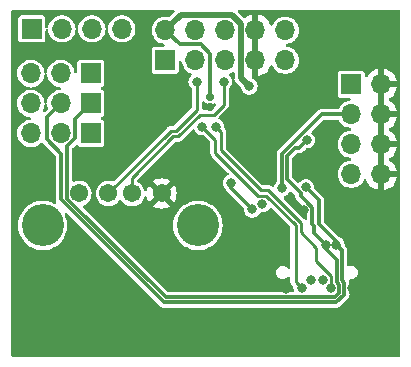
<source format=gbl>
G04 #@! TF.GenerationSoftware,KiCad,Pcbnew,7.0.9*
G04 #@! TF.CreationDate,2024-02-15T19:09:08+01:00*
G04 #@! TF.ProjectId,USBussy_Current_Probe,55534275-7373-4795-9f43-757272656e74,1.0*
G04 #@! TF.SameCoordinates,Original*
G04 #@! TF.FileFunction,Copper,L4,Bot*
G04 #@! TF.FilePolarity,Positive*
%FSLAX46Y46*%
G04 Gerber Fmt 4.6, Leading zero omitted, Abs format (unit mm)*
G04 Created by KiCad (PCBNEW 7.0.9) date 2024-02-15 19:09:08*
%MOMM*%
%LPD*%
G01*
G04 APERTURE LIST*
G04 #@! TA.AperFunction,ComponentPad*
%ADD10R,1.700000X1.700000*%
G04 #@! TD*
G04 #@! TA.AperFunction,ComponentPad*
%ADD11O,1.700000X1.700000*%
G04 #@! TD*
G04 #@! TA.AperFunction,ComponentPad*
%ADD12C,1.545000*%
G04 #@! TD*
G04 #@! TA.AperFunction,ComponentPad*
%ADD13C,3.570000*%
G04 #@! TD*
G04 #@! TA.AperFunction,ViaPad*
%ADD14C,0.700000*%
G04 #@! TD*
G04 #@! TA.AperFunction,ViaPad*
%ADD15C,0.800000*%
G04 #@! TD*
G04 #@! TA.AperFunction,Conductor*
%ADD16C,0.500000*%
G04 #@! TD*
G04 #@! TA.AperFunction,Conductor*
%ADD17C,0.300000*%
G04 #@! TD*
G04 #@! TA.AperFunction,Conductor*
%ADD18C,0.261112*%
G04 #@! TD*
G04 APERTURE END LIST*
D10*
X36111301Y-66265699D03*
D11*
X33571301Y-66265699D03*
X31031301Y-66265699D03*
D10*
X36111301Y-63725699D03*
D11*
X33571301Y-63725699D03*
X31031301Y-63725699D03*
D10*
X31115000Y-59944000D03*
D11*
X33655000Y-59944000D03*
X36195000Y-59944000D03*
X38735000Y-59944000D03*
D12*
X35108000Y-73888000D03*
X37608000Y-73888000D03*
X39608000Y-73888000D03*
X42108000Y-73888000D03*
D13*
X32038000Y-76598000D03*
X45178000Y-76598000D03*
D10*
X36111301Y-68805699D03*
D11*
X33571301Y-68805699D03*
X31031301Y-68805699D03*
D10*
X58166000Y-64653000D03*
D11*
X60706000Y-64653000D03*
X58166000Y-67193000D03*
X60706000Y-67193000D03*
X58166000Y-69733000D03*
X60706000Y-69733000D03*
X58166000Y-72273000D03*
X60706000Y-72273000D03*
D10*
X42423000Y-62616000D03*
D11*
X42423000Y-60076000D03*
X44963000Y-62616000D03*
X44963000Y-60076000D03*
X47503000Y-62616000D03*
X47503000Y-60076000D03*
X50043000Y-62616000D03*
X50043000Y-60076000D03*
X52583000Y-62616000D03*
X52583000Y-60076000D03*
D14*
X46228215Y-65685861D03*
D15*
X49530000Y-64820800D03*
X47955200Y-68199000D03*
X42849800Y-67741800D03*
X52679600Y-81940400D03*
X51612800Y-81432400D03*
D14*
X46228000Y-66548000D03*
D15*
X46228000Y-72186800D03*
X40055800Y-63677800D03*
X55956200Y-71018400D03*
X32308800Y-65049400D03*
X42900600Y-66014600D03*
X39420800Y-69113400D03*
X51536600Y-75768200D03*
X54127400Y-75285600D03*
X59029600Y-78181200D03*
X53086000Y-68326000D03*
X49479200Y-66954400D03*
X56235600Y-68961000D03*
X57759600Y-73812400D03*
X60198000Y-60528200D03*
X58267600Y-81889600D03*
X47983723Y-72977323D03*
X49784000Y-75234800D03*
X52298600Y-73456800D03*
X54388048Y-69369376D03*
X55996497Y-78232000D03*
X56411490Y-81924608D03*
X54743400Y-81178333D03*
X46705654Y-68247759D03*
X55746600Y-81178333D03*
X45567600Y-68249800D03*
X53975000Y-81915000D03*
X56896000Y-78232000D03*
X54316844Y-73373367D03*
X45085000Y-64414400D03*
X47371000Y-64414400D03*
X50632652Y-74800899D03*
D16*
X49530000Y-64820800D02*
X48843000Y-64133800D01*
D17*
X45460057Y-61276000D02*
X43623000Y-61276000D01*
D16*
X48041478Y-58776000D02*
X43723000Y-58776000D01*
D17*
X46228215Y-65685861D02*
X46228215Y-62044158D01*
D16*
X43723000Y-58776000D02*
X42423000Y-60076000D01*
D17*
X46228215Y-62044158D02*
X45460057Y-61276000D01*
D16*
X48843000Y-59577522D02*
X48041478Y-58776000D01*
X48843000Y-64133800D02*
X48843000Y-59577522D01*
D17*
X43623000Y-61276000D02*
X42423000Y-60076000D01*
X47983723Y-72977323D02*
X47983723Y-73434523D01*
X47983723Y-73434523D02*
X49784000Y-75234800D01*
X52298600Y-73456800D02*
X52298600Y-70539585D01*
X52298600Y-70539585D02*
X55645185Y-67193000D01*
X55645185Y-67193000D02*
X58166000Y-67193000D01*
X54396639Y-74635600D02*
X54391800Y-74635600D01*
X54391800Y-74635600D02*
X53873400Y-74117200D01*
X34772600Y-67604400D02*
X34772600Y-69215000D01*
X53873400Y-73873400D02*
X52698600Y-72698600D01*
X55000000Y-77235503D02*
X55000000Y-76623551D01*
X56957712Y-79512912D02*
X55996497Y-78551697D01*
X54879000Y-75117961D02*
X54396639Y-74635600D01*
X57161490Y-81613947D02*
X56957712Y-81410169D01*
X53873400Y-74117200D02*
X53873400Y-73873400D01*
X53757424Y-70000000D02*
X54388048Y-69369376D01*
X56771392Y-82674608D02*
X57161490Y-82284510D01*
X55996497Y-78551697D02*
X55996497Y-78232000D01*
X52698600Y-72698600D02*
X52698600Y-70705271D01*
X53403871Y-70000000D02*
X53757424Y-70000000D01*
X42441008Y-82674608D02*
X56771392Y-82674608D01*
X34085500Y-69902100D02*
X34085500Y-74319100D01*
X52698600Y-70705271D02*
X53403871Y-70000000D01*
X34085500Y-74319100D02*
X42441008Y-82674608D01*
X34772600Y-69215000D02*
X34085500Y-69902100D01*
X54879000Y-76502551D02*
X54879000Y-75117961D01*
X56957712Y-81410169D02*
X56957712Y-79512912D01*
X55996497Y-78232000D02*
X55000000Y-77235503D01*
X36111301Y-66265699D02*
X34772600Y-67604400D01*
X55000000Y-76623551D02*
X54879000Y-76502551D01*
X57161490Y-82284510D02*
X57161490Y-81613947D01*
D18*
X56477156Y-80875726D02*
X56477156Y-81858942D01*
X56477156Y-81858942D02*
X56411490Y-81924608D01*
X46705654Y-68247759D02*
X47117813Y-68659918D01*
X53907492Y-77176158D02*
X55198112Y-78466778D01*
X50486941Y-73609231D02*
X51126257Y-73609231D01*
X47117813Y-68659918D02*
X47117813Y-70240103D01*
X47117813Y-70240103D02*
X50486941Y-73609231D01*
X53907492Y-76390466D02*
X53907492Y-77176158D01*
X55198112Y-78466778D02*
X55198112Y-79596682D01*
X55198112Y-79596682D02*
X56477156Y-80875726D01*
X51126257Y-73609231D02*
X53907492Y-76390466D01*
X50295943Y-74070343D02*
X50935259Y-74070343D01*
X46653499Y-70427899D02*
X50295943Y-74070343D01*
X46653499Y-69335699D02*
X46653499Y-70427899D01*
X45567600Y-68249800D02*
X46653499Y-69335699D01*
X50935259Y-74070343D02*
X53446380Y-76581464D01*
X53446380Y-81386380D02*
X53975000Y-81915000D01*
X53446380Y-76581464D02*
X53446380Y-81386380D01*
D17*
X56896000Y-78232000D02*
X56896000Y-77953865D01*
X56896000Y-77953865D02*
X55400000Y-76457865D01*
X57561490Y-81448262D02*
X57357712Y-81244484D01*
X57357712Y-78693712D02*
X56896000Y-78232000D01*
X33571301Y-66265699D02*
X32385000Y-67452000D01*
X57561490Y-82450195D02*
X57561490Y-81448262D01*
X55400000Y-74456523D02*
X54316844Y-73373367D01*
X33578800Y-70510400D02*
X33578800Y-74378085D01*
X32385000Y-69316600D02*
X33578800Y-70510400D01*
X32385000Y-67452000D02*
X32385000Y-69316600D01*
X56902886Y-83108800D02*
X57561490Y-82450195D01*
X42309515Y-83108800D02*
X56902886Y-83108800D01*
X57357712Y-81244484D02*
X57357712Y-78693712D01*
X55400000Y-76457865D02*
X55400000Y-74456523D01*
X33578800Y-74378085D02*
X42309515Y-83108800D01*
D18*
X42894156Y-68601844D02*
X37608000Y-73888000D01*
X45085000Y-64414400D02*
X45085000Y-66852800D01*
X43335956Y-68601844D02*
X42894156Y-68601844D01*
X45085000Y-66852800D02*
X43335956Y-68601844D01*
X47371000Y-64414400D02*
X47371000Y-66367452D01*
X43523755Y-69066156D02*
X43086481Y-69066156D01*
X46509896Y-67228556D02*
X45361355Y-67228556D01*
X39608000Y-72544637D02*
X39608000Y-73888000D01*
X45361355Y-67228556D02*
X43523755Y-69066156D01*
X43086481Y-69066156D02*
X39608000Y-72544637D01*
X47371000Y-66367452D02*
X46509896Y-67228556D01*
G04 #@! TA.AperFunction,Conductor*
G36*
X43148651Y-58359185D02*
G01*
X43194406Y-58411989D01*
X43204350Y-58481147D01*
X43175325Y-58544703D01*
X43169293Y-58551181D01*
X42799398Y-58921075D01*
X42738075Y-58954560D01*
X42688933Y-58955282D01*
X42529610Y-58925500D01*
X42316390Y-58925500D01*
X42106802Y-58964679D01*
X42106799Y-58964679D01*
X42106799Y-58964680D01*
X41907982Y-59041701D01*
X41907980Y-59041702D01*
X41726699Y-59153947D01*
X41569127Y-59297593D01*
X41440632Y-59467746D01*
X41345596Y-59658605D01*
X41345596Y-59658607D01*
X41287244Y-59863689D01*
X41276920Y-59975111D01*
X41267571Y-60076000D01*
X41287244Y-60288310D01*
X41330727Y-60441136D01*
X41345596Y-60493392D01*
X41345596Y-60493394D01*
X41440632Y-60684253D01*
X41497125Y-60759061D01*
X41569128Y-60854407D01*
X41726698Y-60998052D01*
X41907981Y-61110298D01*
X42106802Y-61187321D01*
X42279544Y-61219612D01*
X42341823Y-61251279D01*
X42377096Y-61311591D01*
X42374162Y-61381400D01*
X42333953Y-61438540D01*
X42269235Y-61464871D01*
X42256757Y-61465500D01*
X41528143Y-61465500D01*
X41528117Y-61465502D01*
X41503012Y-61468413D01*
X41503008Y-61468415D01*
X41400235Y-61513793D01*
X41320794Y-61593234D01*
X41275415Y-61696006D01*
X41275415Y-61696008D01*
X41272500Y-61721131D01*
X41272500Y-63510856D01*
X41272502Y-63510882D01*
X41275413Y-63535987D01*
X41275415Y-63535991D01*
X41320793Y-63638764D01*
X41320794Y-63638765D01*
X41400235Y-63718206D01*
X41503009Y-63763585D01*
X41528135Y-63766500D01*
X43317864Y-63766499D01*
X43317879Y-63766497D01*
X43317882Y-63766497D01*
X43342987Y-63763586D01*
X43342988Y-63763585D01*
X43342991Y-63763585D01*
X43445765Y-63718206D01*
X43525206Y-63638765D01*
X43570585Y-63535991D01*
X43573500Y-63510865D01*
X43573499Y-62772046D01*
X43593183Y-62705009D01*
X43645987Y-62659254D01*
X43715146Y-62649310D01*
X43778702Y-62678335D01*
X43816476Y-62737113D01*
X43820970Y-62760606D01*
X43827244Y-62828310D01*
X43885596Y-63033392D01*
X43885596Y-63033394D01*
X43980632Y-63224253D01*
X44109127Y-63394406D01*
X44109128Y-63394407D01*
X44266698Y-63538052D01*
X44447981Y-63650298D01*
X44566559Y-63696235D01*
X44621960Y-63738806D01*
X44645551Y-63804573D01*
X44629840Y-63872654D01*
X44603993Y-63904675D01*
X44556818Y-63946468D01*
X44460182Y-64086468D01*
X44399860Y-64245525D01*
X44399859Y-64245530D01*
X44379355Y-64414400D01*
X44399859Y-64583269D01*
X44399860Y-64583274D01*
X44460182Y-64742331D01*
X44556817Y-64882330D01*
X44612170Y-64931367D01*
X44649297Y-64990556D01*
X44653944Y-65024183D01*
X44653944Y-66622889D01*
X44634259Y-66689928D01*
X44617625Y-66710570D01*
X43193726Y-68134469D01*
X43132403Y-68167954D01*
X43106045Y-68170788D01*
X42921852Y-68170788D01*
X42914911Y-68170398D01*
X42902701Y-68169022D01*
X42877855Y-68166222D01*
X42821919Y-68176806D01*
X42765659Y-68185286D01*
X42757885Y-68187684D01*
X42750176Y-68190382D01*
X42699860Y-68216975D01*
X42648593Y-68241663D01*
X42641852Y-68246260D01*
X42635295Y-68251099D01*
X42595058Y-68291336D01*
X42553333Y-68330051D01*
X42547543Y-68337312D01*
X42546856Y-68336764D01*
X42537682Y-68348711D01*
X38055140Y-72831253D01*
X37993817Y-72864738D01*
X37924125Y-72859754D01*
X37922747Y-72859229D01*
X37902898Y-72851540D01*
X37707428Y-72815000D01*
X37508572Y-72815000D01*
X37313102Y-72851540D01*
X37313099Y-72851540D01*
X37313099Y-72851541D01*
X37127676Y-72923373D01*
X37127670Y-72923376D01*
X36958604Y-73028057D01*
X36958602Y-73028059D01*
X36811647Y-73162025D01*
X36691809Y-73320717D01*
X36603175Y-73498716D01*
X36603170Y-73498729D01*
X36548750Y-73689992D01*
X36530403Y-73887999D01*
X36530403Y-73888000D01*
X36548750Y-74086007D01*
X36603170Y-74277270D01*
X36603175Y-74277283D01*
X36691809Y-74455282D01*
X36811647Y-74613974D01*
X36958602Y-74747940D01*
X36958604Y-74747942D01*
X37127670Y-74852623D01*
X37127676Y-74852626D01*
X37127679Y-74852627D01*
X37313102Y-74924460D01*
X37508572Y-74961000D01*
X37508574Y-74961000D01*
X37707426Y-74961000D01*
X37707428Y-74961000D01*
X37902898Y-74924460D01*
X38088326Y-74852625D01*
X38257397Y-74747941D01*
X38404354Y-74613972D01*
X38509046Y-74475336D01*
X38565155Y-74433701D01*
X38634867Y-74429010D01*
X38696049Y-74462752D01*
X38706954Y-74475337D01*
X38811647Y-74613974D01*
X38958602Y-74747940D01*
X38958604Y-74747942D01*
X39127670Y-74852623D01*
X39127676Y-74852626D01*
X39127679Y-74852627D01*
X39313102Y-74924460D01*
X39508572Y-74961000D01*
X39508574Y-74961000D01*
X39707426Y-74961000D01*
X39707428Y-74961000D01*
X39902898Y-74924460D01*
X40088326Y-74852625D01*
X40257397Y-74747941D01*
X40404354Y-74613972D01*
X40524191Y-74455282D01*
X40612829Y-74277273D01*
X40635253Y-74198461D01*
X40672529Y-74139372D01*
X40735839Y-74109814D01*
X40805078Y-74119176D01*
X40858265Y-74164485D01*
X40874292Y-74200305D01*
X40907671Y-74324877D01*
X40907674Y-74324884D01*
X41001773Y-74526681D01*
X41001775Y-74526685D01*
X41048718Y-74593727D01*
X41048719Y-74593727D01*
X41611667Y-74030778D01*
X41618173Y-74062084D01*
X41683305Y-74187783D01*
X41779934Y-74291247D01*
X41900894Y-74364805D01*
X41966395Y-74383157D01*
X41402271Y-74947279D01*
X41469319Y-74994227D01*
X41671115Y-75088325D01*
X41671124Y-75088329D01*
X41886183Y-75145953D01*
X41886194Y-75145955D01*
X42107998Y-75165361D01*
X42108002Y-75165361D01*
X42329805Y-75145955D01*
X42329816Y-75145953D01*
X42544875Y-75088329D01*
X42544884Y-75088325D01*
X42746680Y-74994227D01*
X42746684Y-74994225D01*
X42813727Y-74947280D01*
X42252964Y-74386517D01*
X42378102Y-74332163D01*
X42487919Y-74242820D01*
X42569560Y-74127161D01*
X42603949Y-74030396D01*
X43167280Y-74593727D01*
X43214225Y-74526684D01*
X43214227Y-74526680D01*
X43308325Y-74324884D01*
X43308329Y-74324875D01*
X43365954Y-74109814D01*
X43365955Y-74109805D01*
X43385361Y-73888001D01*
X43385361Y-73887998D01*
X43365955Y-73666194D01*
X43365953Y-73666183D01*
X43308329Y-73451124D01*
X43308325Y-73451115D01*
X43214227Y-73249321D01*
X43214226Y-73249319D01*
X43167279Y-73182272D01*
X43167279Y-73182271D01*
X42604331Y-73745219D01*
X42597827Y-73713916D01*
X42532695Y-73588217D01*
X42436066Y-73484753D01*
X42315106Y-73411195D01*
X42249604Y-73392842D01*
X42813727Y-72828719D01*
X42813727Y-72828718D01*
X42746685Y-72781775D01*
X42746681Y-72781773D01*
X42544884Y-72687674D01*
X42544875Y-72687670D01*
X42329816Y-72630046D01*
X42329805Y-72630044D01*
X42108002Y-72610639D01*
X42107998Y-72610639D01*
X41886194Y-72630044D01*
X41886183Y-72630046D01*
X41671124Y-72687670D01*
X41671115Y-72687674D01*
X41469320Y-72781773D01*
X41402272Y-72828719D01*
X41963035Y-73389482D01*
X41837898Y-73443837D01*
X41728081Y-73533180D01*
X41646440Y-73648839D01*
X41612050Y-73745603D01*
X41048719Y-73182272D01*
X41001773Y-73249320D01*
X40907674Y-73451115D01*
X40907671Y-73451122D01*
X40874292Y-73575694D01*
X40837926Y-73635354D01*
X40775079Y-73665883D01*
X40705704Y-73657588D01*
X40651826Y-73613103D01*
X40635254Y-73577543D01*
X40612829Y-73498727D01*
X40609126Y-73491291D01*
X40556282Y-73385166D01*
X40524191Y-73320718D01*
X40445471Y-73216476D01*
X40404352Y-73162025D01*
X40257398Y-73028060D01*
X40257397Y-73028059D01*
X40167810Y-72972589D01*
X40097778Y-72929227D01*
X40051143Y-72877199D01*
X40039056Y-72823800D01*
X40039056Y-72774548D01*
X40058741Y-72707509D01*
X40075375Y-72686867D01*
X43228711Y-69533531D01*
X43290034Y-69500046D01*
X43316392Y-69497212D01*
X43496067Y-69497212D01*
X43503003Y-69497601D01*
X43534460Y-69501145D01*
X43540054Y-69501776D01*
X43540054Y-69501775D01*
X43540055Y-69501776D01*
X43595978Y-69491195D01*
X43652246Y-69482714D01*
X43652251Y-69482711D01*
X43660069Y-69480299D01*
X43667727Y-69477619D01*
X43667732Y-69477619D01*
X43718056Y-69451021D01*
X43769320Y-69426334D01*
X43769320Y-69426333D01*
X43769324Y-69426332D01*
X43776025Y-69421762D01*
X43782609Y-69416903D01*
X43782616Y-69416900D01*
X43822852Y-69376663D01*
X43864575Y-69337951D01*
X43864576Y-69337948D01*
X43864579Y-69337946D01*
X43870374Y-69330680D01*
X43871067Y-69331233D01*
X43880231Y-69319283D01*
X44718905Y-68480609D01*
X44780226Y-68447126D01*
X44849918Y-68452110D01*
X44905851Y-68493982D01*
X44922525Y-68524319D01*
X44942781Y-68577728D01*
X44942782Y-68577731D01*
X44990914Y-68647461D01*
X45039417Y-68717729D01*
X45119462Y-68788642D01*
X45166750Y-68830536D01*
X45301856Y-68901445D01*
X45317375Y-68909590D01*
X45482544Y-68950300D01*
X45607133Y-68950300D01*
X45674172Y-68969985D01*
X45694814Y-68986619D01*
X46186124Y-69477929D01*
X46219609Y-69539252D01*
X46222443Y-69565610D01*
X46222443Y-70400209D01*
X46222053Y-70407157D01*
X46217878Y-70444197D01*
X46223079Y-70471685D01*
X46228459Y-70500122D01*
X46236941Y-70556390D01*
X46236941Y-70556391D01*
X46236942Y-70556393D01*
X46239352Y-70564206D01*
X46242034Y-70571874D01*
X46251929Y-70590595D01*
X46268633Y-70622200D01*
X46293319Y-70673461D01*
X46297928Y-70680220D01*
X46302754Y-70686760D01*
X46312998Y-70697003D01*
X46342991Y-70726996D01*
X46380385Y-70767297D01*
X46381705Y-70768720D01*
X46388972Y-70774515D01*
X46388419Y-70775207D01*
X46400371Y-70784376D01*
X47745516Y-72129521D01*
X47779001Y-72190844D01*
X47774017Y-72260536D01*
X47732145Y-72316469D01*
X47715462Y-72326998D01*
X47582872Y-72396588D01*
X47455539Y-72509395D01*
X47358905Y-72649391D01*
X47298583Y-72808448D01*
X47298582Y-72808453D01*
X47278078Y-72977323D01*
X47298582Y-73146192D01*
X47298583Y-73146197D01*
X47358905Y-73305254D01*
X47455539Y-73445251D01*
X47507507Y-73491291D01*
X47544633Y-73550481D01*
X47547893Y-73565617D01*
X47548374Y-73568807D01*
X47550890Y-73576965D01*
X47553701Y-73584998D01*
X47581500Y-73637595D01*
X47607299Y-73691167D01*
X47612085Y-73698188D01*
X47617154Y-73705055D01*
X47617157Y-73705061D01*
X47617161Y-73705065D01*
X47659218Y-73747122D01*
X47699670Y-73790719D01*
X47706933Y-73796511D01*
X47706412Y-73797164D01*
X47718653Y-73806557D01*
X48393919Y-74481823D01*
X49043084Y-75130987D01*
X49076569Y-75192310D01*
X49078204Y-75227300D01*
X49078355Y-75227300D01*
X49078355Y-75230531D01*
X49078499Y-75233613D01*
X49078355Y-75234799D01*
X49098859Y-75403669D01*
X49098860Y-75403674D01*
X49159182Y-75562731D01*
X49207213Y-75632314D01*
X49255817Y-75702729D01*
X49326325Y-75765193D01*
X49383150Y-75815536D01*
X49533773Y-75894589D01*
X49533775Y-75894590D01*
X49698944Y-75935300D01*
X49869056Y-75935300D01*
X50034225Y-75894590D01*
X50113692Y-75852881D01*
X50184849Y-75815536D01*
X50184850Y-75815534D01*
X50184852Y-75815534D01*
X50312183Y-75702729D01*
X50408818Y-75562730D01*
X50408818Y-75562729D01*
X50413079Y-75556557D01*
X50414486Y-75557528D01*
X50456636Y-75513953D01*
X50524653Y-75497968D01*
X50547545Y-75501387D01*
X50547577Y-75501394D01*
X50547593Y-75501398D01*
X50547594Y-75501399D01*
X50547596Y-75501399D01*
X50717708Y-75501399D01*
X50882877Y-75460689D01*
X50991513Y-75403672D01*
X51033501Y-75381635D01*
X51033502Y-75381633D01*
X51033504Y-75381633D01*
X51160835Y-75268828D01*
X51224677Y-75176336D01*
X51278959Y-75132348D01*
X51348407Y-75124688D01*
X51410972Y-75155791D01*
X51414407Y-75159097D01*
X52979005Y-76723694D01*
X53012490Y-76785017D01*
X53015324Y-76811375D01*
X53015324Y-80131897D01*
X52995639Y-80198936D01*
X52942835Y-80244691D01*
X52873677Y-80254635D01*
X52810121Y-80225610D01*
X52792949Y-80207385D01*
X52786466Y-80198936D01*
X52765451Y-80171549D01*
X52645233Y-80079302D01*
X52645229Y-80079300D01*
X52581801Y-80053027D01*
X52505236Y-80021313D01*
X52491171Y-80019461D01*
X52392727Y-80006500D01*
X52392720Y-80006500D01*
X52317280Y-80006500D01*
X52317272Y-80006500D01*
X52204764Y-80021313D01*
X52204763Y-80021313D01*
X52064770Y-80079300D01*
X52064767Y-80079301D01*
X52064767Y-80079302D01*
X52012311Y-80119553D01*
X51944549Y-80171549D01*
X51852300Y-80291770D01*
X51794313Y-80431763D01*
X51794312Y-80431765D01*
X51774534Y-80581999D01*
X51774534Y-80582000D01*
X51794312Y-80732234D01*
X51794313Y-80732236D01*
X51846009Y-80857042D01*
X51852302Y-80872233D01*
X51944549Y-80992451D01*
X52064767Y-81084698D01*
X52204764Y-81142687D01*
X52317280Y-81157500D01*
X52317287Y-81157500D01*
X52392713Y-81157500D01*
X52392720Y-81157500D01*
X52505236Y-81142687D01*
X52645233Y-81084698D01*
X52765451Y-80992451D01*
X52792950Y-80956613D01*
X52849376Y-80915413D01*
X52919122Y-80911258D01*
X52980043Y-80945470D01*
X53012795Y-81007188D01*
X53015324Y-81032102D01*
X53015324Y-81358690D01*
X53014934Y-81365638D01*
X53010759Y-81402678D01*
X53016161Y-81431227D01*
X53021340Y-81458603D01*
X53029822Y-81514871D01*
X53029822Y-81514872D01*
X53029823Y-81514874D01*
X53032233Y-81522687D01*
X53034915Y-81530355D01*
X53051960Y-81562604D01*
X53061514Y-81580681D01*
X53086200Y-81631942D01*
X53090809Y-81638701D01*
X53095635Y-81645241D01*
X53115753Y-81665358D01*
X53135872Y-81685477D01*
X53174585Y-81727200D01*
X53174586Y-81727201D01*
X53181853Y-81732996D01*
X53181300Y-81733688D01*
X53193252Y-81742857D01*
X53237061Y-81786666D01*
X53270546Y-81847989D01*
X53272476Y-81889292D01*
X53269355Y-81914998D01*
X53269355Y-81915000D01*
X53290016Y-82085162D01*
X53278555Y-82154085D01*
X53231652Y-82205871D01*
X53166920Y-82224108D01*
X42678973Y-82224108D01*
X42611934Y-82204423D01*
X42591292Y-82187789D01*
X37001503Y-76598000D01*
X43087627Y-76598000D01*
X43107096Y-76882639D01*
X43107097Y-76882641D01*
X43165140Y-77161965D01*
X43165145Y-77161981D01*
X43260685Y-77430805D01*
X43391945Y-77684125D01*
X43391949Y-77684131D01*
X43556468Y-77917202D01*
X43556472Y-77917206D01*
X43556474Y-77917209D01*
X43751209Y-78125720D01*
X43751214Y-78125724D01*
X43751216Y-78125726D01*
X43972516Y-78305767D01*
X43972519Y-78305769D01*
X43972523Y-78305772D01*
X44096436Y-78381125D01*
X44216293Y-78454012D01*
X44421704Y-78543234D01*
X44477977Y-78567677D01*
X44752701Y-78644651D01*
X45001192Y-78678805D01*
X45035347Y-78683500D01*
X45035348Y-78683500D01*
X45320653Y-78683500D01*
X45351125Y-78679311D01*
X45603299Y-78644651D01*
X45878023Y-78567677D01*
X46139708Y-78454011D01*
X46383477Y-78305772D01*
X46604791Y-78125720D01*
X46799526Y-77917209D01*
X46808801Y-77904070D01*
X46964050Y-77684131D01*
X46964054Y-77684125D01*
X46964055Y-77684124D01*
X47095314Y-77430807D01*
X47190856Y-77161976D01*
X47190856Y-77161971D01*
X47190859Y-77161965D01*
X47225012Y-76997609D01*
X47248903Y-76882639D01*
X47268373Y-76598000D01*
X47248903Y-76313361D01*
X47211134Y-76131605D01*
X47190859Y-76034034D01*
X47190854Y-76034018D01*
X47095314Y-75765194D01*
X47095314Y-75765193D01*
X46964055Y-75511876D01*
X46964054Y-75511874D01*
X46964050Y-75511868D01*
X46799531Y-75278797D01*
X46799527Y-75278793D01*
X46799526Y-75278791D01*
X46604791Y-75070280D01*
X46604784Y-75070275D01*
X46604783Y-75070273D01*
X46383483Y-74890232D01*
X46383472Y-74890225D01*
X46139706Y-74741987D01*
X45878024Y-74628323D01*
X45603304Y-74551350D01*
X45603300Y-74551349D01*
X45603299Y-74551349D01*
X45437475Y-74528557D01*
X45320653Y-74512500D01*
X45320652Y-74512500D01*
X45035348Y-74512500D01*
X45035347Y-74512500D01*
X44752701Y-74551349D01*
X44752695Y-74551350D01*
X44477975Y-74628323D01*
X44216293Y-74741987D01*
X43972527Y-74890225D01*
X43972516Y-74890232D01*
X43751216Y-75070273D01*
X43751210Y-75070278D01*
X43751209Y-75070280D01*
X43700396Y-75124688D01*
X43556468Y-75278797D01*
X43391949Y-75511868D01*
X43391945Y-75511874D01*
X43260685Y-75765194D01*
X43165145Y-76034018D01*
X43165140Y-76034034D01*
X43107097Y-76313358D01*
X43107096Y-76313360D01*
X43087627Y-76598000D01*
X37001503Y-76598000D01*
X35483450Y-75079947D01*
X35449965Y-75018624D01*
X35454949Y-74948932D01*
X35496821Y-74892999D01*
X35526336Y-74876639D01*
X35588326Y-74852625D01*
X35757397Y-74747941D01*
X35904354Y-74613972D01*
X36024191Y-74455282D01*
X36112829Y-74277273D01*
X36167249Y-74086008D01*
X36185597Y-73888000D01*
X36176582Y-73790717D01*
X36167249Y-73689992D01*
X36155540Y-73648839D01*
X36112829Y-73498727D01*
X36109126Y-73491291D01*
X36056282Y-73385166D01*
X36024191Y-73320718D01*
X35945471Y-73216476D01*
X35904352Y-73162025D01*
X35757397Y-73028059D01*
X35757395Y-73028057D01*
X35588329Y-72923376D01*
X35588323Y-72923373D01*
X35424101Y-72859754D01*
X35402898Y-72851540D01*
X35207428Y-72815000D01*
X35008572Y-72815000D01*
X34813102Y-72851540D01*
X34813097Y-72851541D01*
X34704793Y-72893498D01*
X34635170Y-72899360D01*
X34573430Y-72866650D01*
X34539175Y-72805753D01*
X34536000Y-72777871D01*
X34536000Y-70140064D01*
X34555685Y-70073025D01*
X34572315Y-70052387D01*
X34816973Y-69807728D01*
X34878294Y-69774245D01*
X34947985Y-69779229D01*
X35003919Y-69821100D01*
X35006953Y-69825336D01*
X35009093Y-69828461D01*
X35009095Y-69828464D01*
X35088536Y-69907905D01*
X35191310Y-69953284D01*
X35216436Y-69956199D01*
X37006165Y-69956198D01*
X37006180Y-69956196D01*
X37006183Y-69956196D01*
X37031288Y-69953285D01*
X37031289Y-69953284D01*
X37031292Y-69953284D01*
X37134066Y-69907905D01*
X37213507Y-69828464D01*
X37258886Y-69725690D01*
X37261801Y-69700564D01*
X37261800Y-67910835D01*
X37258992Y-67886619D01*
X37258887Y-67885711D01*
X37258886Y-67885709D01*
X37258886Y-67885708D01*
X37213507Y-67782934D01*
X37134066Y-67703493D01*
X37031294Y-67658114D01*
X37022294Y-67655666D01*
X37023118Y-67652633D01*
X36973503Y-67631588D01*
X36934143Y-67573860D01*
X36932241Y-67504016D01*
X36968401Y-67444231D01*
X37022790Y-67417579D01*
X37022288Y-67415734D01*
X37031285Y-67413284D01*
X37031292Y-67413284D01*
X37134066Y-67367905D01*
X37213507Y-67288464D01*
X37258886Y-67185690D01*
X37261801Y-67160564D01*
X37261800Y-65370835D01*
X37261798Y-65370816D01*
X37258887Y-65345711D01*
X37258886Y-65345709D01*
X37258886Y-65345708D01*
X37213507Y-65242934D01*
X37134066Y-65163493D01*
X37113425Y-65154379D01*
X37031294Y-65118114D01*
X37022294Y-65115666D01*
X37023118Y-65112633D01*
X36973503Y-65091588D01*
X36934143Y-65033860D01*
X36932241Y-64964016D01*
X36968401Y-64904231D01*
X37022790Y-64877579D01*
X37022288Y-64875734D01*
X37031285Y-64873284D01*
X37031292Y-64873284D01*
X37134066Y-64827905D01*
X37213507Y-64748464D01*
X37258886Y-64645690D01*
X37261801Y-64620564D01*
X37261800Y-62830835D01*
X37261221Y-62825844D01*
X37258887Y-62805711D01*
X37258886Y-62805709D01*
X37258886Y-62805708D01*
X37213507Y-62702934D01*
X37134066Y-62623493D01*
X37113425Y-62614379D01*
X37031293Y-62578114D01*
X37006166Y-62575199D01*
X35216444Y-62575199D01*
X35216418Y-62575201D01*
X35191313Y-62578112D01*
X35191309Y-62578114D01*
X35088536Y-62623492D01*
X35009095Y-62702933D01*
X34963716Y-62805705D01*
X34963716Y-62805707D01*
X34960801Y-62830830D01*
X34960801Y-63569650D01*
X34941116Y-63636689D01*
X34888312Y-63682444D01*
X34819154Y-63692388D01*
X34755598Y-63663363D01*
X34717824Y-63604585D01*
X34713330Y-63581090D01*
X34709151Y-63535993D01*
X34707057Y-63513389D01*
X34706336Y-63510856D01*
X34673203Y-63394407D01*
X34648706Y-63308310D01*
X34648704Y-63308305D01*
X34648704Y-63308304D01*
X34553668Y-63117445D01*
X34425173Y-62947292D01*
X34297434Y-62830842D01*
X34267603Y-62803647D01*
X34086320Y-62691401D01*
X34086318Y-62691400D01*
X33977670Y-62649310D01*
X33887499Y-62614378D01*
X33677911Y-62575199D01*
X33464691Y-62575199D01*
X33255103Y-62614378D01*
X33255100Y-62614378D01*
X33255100Y-62614379D01*
X33056283Y-62691400D01*
X33056281Y-62691401D01*
X32875000Y-62803646D01*
X32717428Y-62947292D01*
X32588933Y-63117445D01*
X32493897Y-63308304D01*
X32493897Y-63308306D01*
X32435545Y-63513388D01*
X32424772Y-63629650D01*
X32398986Y-63694587D01*
X32354431Y-63726503D01*
X32390804Y-63747367D01*
X32422994Y-63809380D01*
X32424771Y-63821746D01*
X32435545Y-63938009D01*
X32487171Y-64119454D01*
X32493897Y-64143091D01*
X32493897Y-64143093D01*
X32588933Y-64333952D01*
X32708942Y-64492868D01*
X32717429Y-64504106D01*
X32874999Y-64647751D01*
X33056282Y-64759997D01*
X33255103Y-64837020D01*
X33451914Y-64873810D01*
X33514194Y-64905478D01*
X33549467Y-64965791D01*
X33546533Y-65035599D01*
X33506324Y-65092739D01*
X33451914Y-65117587D01*
X33255103Y-65154378D01*
X33255100Y-65154378D01*
X33255100Y-65154379D01*
X33056283Y-65231400D01*
X33056281Y-65231401D01*
X32875000Y-65343646D01*
X32717428Y-65487292D01*
X32588933Y-65657445D01*
X32493897Y-65848304D01*
X32493897Y-65848306D01*
X32435545Y-66053388D01*
X32424772Y-66169650D01*
X32398986Y-66234587D01*
X32354431Y-66266503D01*
X32390804Y-66287367D01*
X32422994Y-66349380D01*
X32424772Y-66361747D01*
X32435545Y-66478011D01*
X32479028Y-66630837D01*
X32478442Y-66700704D01*
X32447443Y-66752452D01*
X32241465Y-66958430D01*
X32180142Y-66991915D01*
X32110450Y-66986931D01*
X32054517Y-66945059D01*
X32030100Y-66879595D01*
X32042783Y-66815479D01*
X32108706Y-66683088D01*
X32167057Y-66478009D01*
X32177830Y-66361746D01*
X32203616Y-66296810D01*
X32248170Y-66264893D01*
X32211798Y-66244030D01*
X32179608Y-66182017D01*
X32177830Y-66169650D01*
X32173330Y-66121086D01*
X32167057Y-66053389D01*
X32108706Y-65848310D01*
X32108704Y-65848305D01*
X32108704Y-65848304D01*
X32013668Y-65657445D01*
X31885173Y-65487292D01*
X31806443Y-65415520D01*
X31727603Y-65343647D01*
X31546320Y-65231401D01*
X31546318Y-65231400D01*
X31441738Y-65190886D01*
X31347499Y-65154378D01*
X31150686Y-65117587D01*
X31088407Y-65085920D01*
X31053134Y-65025607D01*
X31056068Y-64955799D01*
X31096277Y-64898659D01*
X31150685Y-64873810D01*
X31347499Y-64837020D01*
X31546320Y-64759997D01*
X31727603Y-64647751D01*
X31885173Y-64504106D01*
X32013667Y-64333954D01*
X32026634Y-64307913D01*
X32108704Y-64143093D01*
X32108704Y-64143092D01*
X32108706Y-64143088D01*
X32167057Y-63938009D01*
X32177830Y-63821746D01*
X32203616Y-63756810D01*
X32248170Y-63724893D01*
X32211798Y-63704030D01*
X32179608Y-63642017D01*
X32177830Y-63629650D01*
X32174855Y-63597542D01*
X32167057Y-63513389D01*
X32108706Y-63308310D01*
X32108704Y-63308305D01*
X32108704Y-63308304D01*
X32013668Y-63117445D01*
X31885173Y-62947292D01*
X31757434Y-62830842D01*
X31727603Y-62803647D01*
X31546320Y-62691401D01*
X31546318Y-62691400D01*
X31437670Y-62649310D01*
X31347499Y-62614378D01*
X31137911Y-62575199D01*
X30924691Y-62575199D01*
X30715103Y-62614378D01*
X30715100Y-62614378D01*
X30715100Y-62614379D01*
X30516283Y-62691400D01*
X30516281Y-62691401D01*
X30335000Y-62803646D01*
X30177428Y-62947292D01*
X30048933Y-63117445D01*
X29953897Y-63308304D01*
X29953897Y-63308306D01*
X29895545Y-63513388D01*
X29883928Y-63638764D01*
X29875872Y-63725699D01*
X29895545Y-63938009D01*
X29947171Y-64119454D01*
X29953897Y-64143091D01*
X29953897Y-64143093D01*
X30048933Y-64333952D01*
X30168942Y-64492868D01*
X30177429Y-64504106D01*
X30334999Y-64647751D01*
X30516282Y-64759997D01*
X30715103Y-64837020D01*
X30911914Y-64873810D01*
X30974194Y-64905478D01*
X31009467Y-64965791D01*
X31006533Y-65035599D01*
X30966324Y-65092739D01*
X30911914Y-65117587D01*
X30715103Y-65154378D01*
X30715100Y-65154378D01*
X30715100Y-65154379D01*
X30516283Y-65231400D01*
X30516281Y-65231401D01*
X30335000Y-65343646D01*
X30177428Y-65487292D01*
X30048933Y-65657445D01*
X29953897Y-65848304D01*
X29953897Y-65848306D01*
X29895545Y-66053388D01*
X29879881Y-66222439D01*
X29875872Y-66265699D01*
X29895545Y-66478009D01*
X29948452Y-66663956D01*
X29953897Y-66683091D01*
X29953897Y-66683093D01*
X30048933Y-66873952D01*
X30129539Y-66980690D01*
X30177429Y-67044106D01*
X30334999Y-67187751D01*
X30516282Y-67299997D01*
X30715103Y-67377020D01*
X30911914Y-67413810D01*
X30974194Y-67445478D01*
X31009467Y-67505791D01*
X31006533Y-67575599D01*
X30966324Y-67632739D01*
X30911914Y-67657587D01*
X30715103Y-67694378D01*
X30715100Y-67694378D01*
X30715100Y-67694379D01*
X30516283Y-67771400D01*
X30516281Y-67771401D01*
X30335000Y-67883646D01*
X30177428Y-68027292D01*
X30048933Y-68197445D01*
X29953897Y-68388304D01*
X29953897Y-68388306D01*
X29895545Y-68593388D01*
X29875872Y-68805698D01*
X29875872Y-68805699D01*
X29895545Y-69018009D01*
X29953897Y-69223091D01*
X29953897Y-69223093D01*
X30048933Y-69413952D01*
X30163461Y-69565610D01*
X30177429Y-69584106D01*
X30334999Y-69727751D01*
X30516282Y-69839997D01*
X30715103Y-69917020D01*
X30924691Y-69956199D01*
X30924693Y-69956199D01*
X31137909Y-69956199D01*
X31137911Y-69956199D01*
X31347499Y-69917020D01*
X31546320Y-69839997D01*
X31727603Y-69727751D01*
X31865801Y-69601766D01*
X31928603Y-69571150D01*
X31997990Y-69579347D01*
X32037019Y-69605723D01*
X32060495Y-69629199D01*
X32100947Y-69672796D01*
X32108210Y-69678588D01*
X32107689Y-69679241D01*
X32119930Y-69688634D01*
X33091981Y-70660684D01*
X33125466Y-70722007D01*
X33128300Y-70748365D01*
X33128300Y-74349302D01*
X33127910Y-74356240D01*
X33126946Y-74364805D01*
X33123529Y-74395119D01*
X33134588Y-74453564D01*
X33143452Y-74512375D01*
X33145962Y-74520512D01*
X33148778Y-74528560D01*
X33176536Y-74581079D01*
X33177535Y-74583147D01*
X33188986Y-74652072D01*
X33161355Y-74716246D01*
X33103415Y-74755294D01*
X33033562Y-74756819D01*
X33003472Y-74743918D01*
X33003464Y-74743935D01*
X33003240Y-74743819D01*
X33001472Y-74743061D01*
X32999709Y-74741989D01*
X32999707Y-74741988D01*
X32738024Y-74628323D01*
X32463304Y-74551350D01*
X32463300Y-74551349D01*
X32463299Y-74551349D01*
X32297475Y-74528557D01*
X32180653Y-74512500D01*
X32180652Y-74512500D01*
X31895348Y-74512500D01*
X31895347Y-74512500D01*
X31612701Y-74551349D01*
X31612695Y-74551350D01*
X31337975Y-74628323D01*
X31076293Y-74741987D01*
X30832527Y-74890225D01*
X30832516Y-74890232D01*
X30611216Y-75070273D01*
X30611210Y-75070278D01*
X30611209Y-75070280D01*
X30560396Y-75124688D01*
X30416468Y-75278797D01*
X30251949Y-75511868D01*
X30251945Y-75511874D01*
X30120685Y-75765194D01*
X30025145Y-76034018D01*
X30025140Y-76034034D01*
X29967097Y-76313358D01*
X29967096Y-76313360D01*
X29947627Y-76598000D01*
X29967096Y-76882639D01*
X29967097Y-76882641D01*
X30025140Y-77161965D01*
X30025145Y-77161981D01*
X30120685Y-77430805D01*
X30251945Y-77684125D01*
X30251949Y-77684131D01*
X30416468Y-77917202D01*
X30416472Y-77917206D01*
X30416474Y-77917209D01*
X30611209Y-78125720D01*
X30611214Y-78125724D01*
X30611216Y-78125726D01*
X30832516Y-78305767D01*
X30832519Y-78305769D01*
X30832523Y-78305772D01*
X30956436Y-78381125D01*
X31076293Y-78454012D01*
X31281704Y-78543234D01*
X31337977Y-78567677D01*
X31612701Y-78644651D01*
X31861192Y-78678805D01*
X31895347Y-78683500D01*
X31895348Y-78683500D01*
X32180653Y-78683500D01*
X32211125Y-78679311D01*
X32463299Y-78644651D01*
X32738023Y-78567677D01*
X32999708Y-78454011D01*
X33243477Y-78305772D01*
X33464791Y-78125720D01*
X33659526Y-77917209D01*
X33668801Y-77904070D01*
X33824050Y-77684131D01*
X33824054Y-77684125D01*
X33824055Y-77684124D01*
X33955314Y-77430807D01*
X34050856Y-77161976D01*
X34050856Y-77161971D01*
X34050859Y-77161965D01*
X34085012Y-76997609D01*
X34108903Y-76882639D01*
X34128373Y-76598000D01*
X34108903Y-76313361D01*
X34071134Y-76131605D01*
X34050859Y-76034034D01*
X34050854Y-76034018D01*
X33955314Y-75765192D01*
X33955313Y-75765190D01*
X33921997Y-75700894D01*
X33908631Y-75632314D01*
X33934464Y-75567396D01*
X33991294Y-75526749D01*
X34061078Y-75523280D01*
X34119775Y-75556164D01*
X41970605Y-83406993D01*
X41975241Y-83412180D01*
X41999636Y-83442770D01*
X41999636Y-83442771D01*
X42048786Y-83476280D01*
X42096633Y-83511593D01*
X42104169Y-83515576D01*
X42111834Y-83519267D01*
X42111842Y-83519272D01*
X42168692Y-83536807D01*
X42224812Y-83556445D01*
X42224814Y-83556445D01*
X42224816Y-83556446D01*
X42224817Y-83556446D01*
X42233213Y-83558034D01*
X42241610Y-83559300D01*
X42241613Y-83559300D01*
X42301074Y-83559300D01*
X42360524Y-83561525D01*
X42360524Y-83561524D01*
X42360525Y-83561525D01*
X42360525Y-83561524D01*
X42369757Y-83560485D01*
X42369850Y-83561313D01*
X42385154Y-83559300D01*
X56874103Y-83559300D01*
X56881041Y-83559689D01*
X56912936Y-83563283D01*
X56919920Y-83564070D01*
X56919920Y-83564069D01*
X56919921Y-83564070D01*
X56978365Y-83553011D01*
X57037173Y-83544148D01*
X57037176Y-83544146D01*
X57045331Y-83541631D01*
X57053353Y-83538823D01*
X57053358Y-83538823D01*
X57105949Y-83511026D01*
X57159528Y-83485225D01*
X57159530Y-83485222D01*
X57159532Y-83485222D01*
X57166543Y-83480442D01*
X57173416Y-83475368D01*
X57173424Y-83475365D01*
X57215471Y-83433317D01*
X57259080Y-83392855D01*
X57259084Y-83392847D01*
X57264877Y-83385585D01*
X57265533Y-83386108D01*
X57274920Y-83373867D01*
X57859695Y-82789091D01*
X57864863Y-82784472D01*
X57895460Y-82760074D01*
X57928970Y-82710923D01*
X57964283Y-82663077D01*
X57964284Y-82663074D01*
X57968277Y-82655519D01*
X57971960Y-82647871D01*
X57971960Y-82647870D01*
X57971962Y-82647868D01*
X57989497Y-82591017D01*
X58009136Y-82534894D01*
X58010722Y-82526506D01*
X58011990Y-82518099D01*
X58011990Y-82458621D01*
X58014214Y-82399187D01*
X58013174Y-82389956D01*
X58014003Y-82389862D01*
X58011990Y-82374561D01*
X58011990Y-81477043D01*
X58012379Y-81470106D01*
X58016760Y-81431227D01*
X58005700Y-81372773D01*
X57996838Y-81313975D01*
X57995453Y-81304785D01*
X57997909Y-81304414D01*
X57997146Y-81248183D01*
X58034119Y-81188898D01*
X58097275Y-81159013D01*
X58116586Y-81157500D01*
X58172713Y-81157500D01*
X58172720Y-81157500D01*
X58285236Y-81142687D01*
X58425233Y-81084698D01*
X58545451Y-80992451D01*
X58637698Y-80872233D01*
X58695687Y-80732236D01*
X58715466Y-80582000D01*
X58695687Y-80431764D01*
X58637698Y-80291767D01*
X58545451Y-80171549D01*
X58425233Y-80079302D01*
X58425229Y-80079300D01*
X58361801Y-80053027D01*
X58285236Y-80021313D01*
X58271171Y-80019461D01*
X58172727Y-80006500D01*
X58172720Y-80006500D01*
X58097280Y-80006500D01*
X58097272Y-80006500D01*
X57984764Y-80021313D01*
X57984760Y-80021314D01*
X57979662Y-80023426D01*
X57910192Y-80030893D01*
X57847714Y-79999617D01*
X57812063Y-79939527D01*
X57808212Y-79908864D01*
X57808212Y-78722494D01*
X57808601Y-78715555D01*
X57812982Y-78676677D01*
X57801923Y-78618232D01*
X57793060Y-78559425D01*
X57793059Y-78559423D01*
X57790548Y-78551283D01*
X57787736Y-78543245D01*
X57787735Y-78543240D01*
X57759938Y-78490648D01*
X57734137Y-78437070D01*
X57734134Y-78437067D01*
X57734133Y-78437064D01*
X57729354Y-78430054D01*
X57724280Y-78423181D01*
X57724277Y-78423174D01*
X57682228Y-78381125D01*
X57641767Y-78337518D01*
X57635446Y-78330705D01*
X57637940Y-78328390D01*
X57607488Y-78284990D01*
X57602800Y-78239502D01*
X57601645Y-78239502D01*
X57601645Y-78232001D01*
X57581140Y-78063130D01*
X57581139Y-78063125D01*
X57520817Y-77904068D01*
X57486476Y-77854318D01*
X57424183Y-77764071D01*
X57296852Y-77651266D01*
X57296849Y-77651263D01*
X57173927Y-77586749D01*
X57143872Y-77564634D01*
X55886819Y-76307581D01*
X55853334Y-76246258D01*
X55850500Y-76219900D01*
X55850500Y-74485304D01*
X55850889Y-74478367D01*
X55855270Y-74439488D01*
X55844210Y-74381031D01*
X55835348Y-74322236D01*
X55835347Y-74322234D01*
X55835347Y-74322232D01*
X55832829Y-74314068D01*
X55830024Y-74306055D01*
X55830024Y-74306051D01*
X55802216Y-74253438D01*
X55776425Y-74199881D01*
X55771620Y-74192833D01*
X55766567Y-74185988D01*
X55766566Y-74185985D01*
X55724504Y-74143923D01*
X55684055Y-74100329D01*
X55684054Y-74100328D01*
X55684053Y-74100327D01*
X55676790Y-74094535D01*
X55677310Y-74093882D01*
X55665070Y-74084489D01*
X55057760Y-73477179D01*
X55024275Y-73415856D01*
X55022641Y-73380869D01*
X55022489Y-73380869D01*
X55022489Y-73377610D01*
X55022346Y-73374548D01*
X55022489Y-73373370D01*
X55022489Y-73373368D01*
X55022444Y-73373000D01*
X55001984Y-73204495D01*
X55001095Y-73202152D01*
X54943926Y-73051407D01*
X54941662Y-73045437D01*
X54929667Y-73028060D01*
X54876185Y-72950578D01*
X54845027Y-72905438D01*
X54735548Y-72808448D01*
X54717693Y-72792630D01*
X54567070Y-72713577D01*
X54401900Y-72672867D01*
X54231788Y-72672867D01*
X54066617Y-72713577D01*
X53915994Y-72792630D01*
X53788660Y-72905438D01*
X53772673Y-72928600D01*
X53718389Y-72972589D01*
X53648940Y-72980247D01*
X53586376Y-72949143D01*
X53582943Y-72945839D01*
X53185419Y-72548315D01*
X53151934Y-72486992D01*
X53149100Y-72460634D01*
X53149100Y-70943236D01*
X53168785Y-70876197D01*
X53185419Y-70855555D01*
X53554155Y-70486819D01*
X53615478Y-70453334D01*
X53641836Y-70450500D01*
X53728641Y-70450500D01*
X53735579Y-70450889D01*
X53767474Y-70454483D01*
X53774458Y-70455270D01*
X53774458Y-70455269D01*
X53774459Y-70455270D01*
X53832903Y-70444211D01*
X53891711Y-70435348D01*
X53891714Y-70435346D01*
X53899871Y-70432830D01*
X53907893Y-70430023D01*
X53907896Y-70430023D01*
X53960496Y-70402222D01*
X54014066Y-70376425D01*
X54014066Y-70376424D01*
X54014068Y-70376424D01*
X54021119Y-70371616D01*
X54027962Y-70366566D01*
X54070023Y-70324504D01*
X54113618Y-70284055D01*
X54113620Y-70284050D01*
X54119411Y-70276790D01*
X54120067Y-70277313D01*
X54129453Y-70265073D01*
X54288334Y-70106193D01*
X54349657Y-70072710D01*
X54376014Y-70069876D01*
X54473104Y-70069876D01*
X54638273Y-70029166D01*
X54777299Y-69956199D01*
X54788897Y-69950112D01*
X54788898Y-69950110D01*
X54788900Y-69950110D01*
X54916231Y-69837305D01*
X55012866Y-69697306D01*
X55073188Y-69538248D01*
X55093693Y-69369376D01*
X55073188Y-69200504D01*
X55012866Y-69041446D01*
X54996688Y-69018009D01*
X54949155Y-68949145D01*
X54916231Y-68901447D01*
X54916229Y-68901445D01*
X54833279Y-68827957D01*
X54796152Y-68768768D01*
X54796920Y-68698902D01*
X54827823Y-68647463D01*
X55795469Y-67679819D01*
X55856792Y-67646334D01*
X55883150Y-67643500D01*
X57028305Y-67643500D01*
X57095344Y-67663185D01*
X57139303Y-67712225D01*
X57183634Y-67801255D01*
X57312128Y-67971407D01*
X57469698Y-68115052D01*
X57650981Y-68227298D01*
X57849802Y-68304321D01*
X58046613Y-68341111D01*
X58108893Y-68372779D01*
X58144166Y-68433092D01*
X58141232Y-68502900D01*
X58101023Y-68560040D01*
X58046613Y-68584888D01*
X57849802Y-68621679D01*
X57849799Y-68621679D01*
X57849799Y-68621680D01*
X57650982Y-68698701D01*
X57650980Y-68698702D01*
X57469699Y-68810947D01*
X57312127Y-68954593D01*
X57183632Y-69124746D01*
X57088596Y-69315605D01*
X57088596Y-69315607D01*
X57030244Y-69520689D01*
X57013577Y-69700564D01*
X57010571Y-69733000D01*
X57030244Y-69945310D01*
X57056204Y-70036550D01*
X57088596Y-70150392D01*
X57088596Y-70150394D01*
X57183632Y-70341253D01*
X57282131Y-70471685D01*
X57312128Y-70511407D01*
X57469698Y-70655052D01*
X57650981Y-70767298D01*
X57849802Y-70844321D01*
X58046613Y-70881111D01*
X58108893Y-70912779D01*
X58144166Y-70973092D01*
X58141232Y-71042900D01*
X58101023Y-71100040D01*
X58046613Y-71124888D01*
X57849802Y-71161679D01*
X57849799Y-71161679D01*
X57849799Y-71161680D01*
X57650982Y-71238701D01*
X57650980Y-71238702D01*
X57469699Y-71350947D01*
X57312127Y-71494593D01*
X57183632Y-71664746D01*
X57088596Y-71855605D01*
X57088596Y-71855607D01*
X57088595Y-71855611D01*
X57030244Y-72060690D01*
X57010571Y-72273000D01*
X57030244Y-72485310D01*
X57087821Y-72687670D01*
X57088596Y-72690392D01*
X57088596Y-72690394D01*
X57183632Y-72881253D01*
X57312127Y-73051406D01*
X57312128Y-73051407D01*
X57469698Y-73195052D01*
X57650981Y-73307298D01*
X57849802Y-73384321D01*
X58059390Y-73423500D01*
X58059392Y-73423500D01*
X58272608Y-73423500D01*
X58272610Y-73423500D01*
X58482198Y-73384321D01*
X58681019Y-73307298D01*
X58862302Y-73195052D01*
X59019872Y-73051407D01*
X59148366Y-72881255D01*
X59215325Y-72746781D01*
X59262825Y-72695548D01*
X59330488Y-72678126D01*
X59396828Y-72700051D01*
X59438705Y-72749651D01*
X59532399Y-72950578D01*
X59667894Y-73144082D01*
X59834917Y-73311105D01*
X60028421Y-73446600D01*
X60242507Y-73546429D01*
X60242516Y-73546433D01*
X60456000Y-73603634D01*
X60456000Y-72708501D01*
X60563685Y-72757680D01*
X60670237Y-72773000D01*
X60741763Y-72773000D01*
X60848315Y-72757680D01*
X60956000Y-72708501D01*
X60956000Y-73603633D01*
X61169483Y-73546433D01*
X61169492Y-73546429D01*
X61383578Y-73446600D01*
X61577082Y-73311105D01*
X61744105Y-73144082D01*
X61879600Y-72950578D01*
X61979429Y-72736492D01*
X61979432Y-72736486D01*
X62036636Y-72523000D01*
X61139686Y-72523000D01*
X61165493Y-72482844D01*
X61206000Y-72344889D01*
X61206000Y-72201111D01*
X61165493Y-72063156D01*
X61139686Y-72023000D01*
X62036636Y-72023000D01*
X62036635Y-72022999D01*
X61979432Y-71809513D01*
X61979429Y-71809507D01*
X61879600Y-71595422D01*
X61879599Y-71595420D01*
X61744113Y-71401926D01*
X61744108Y-71401920D01*
X61577082Y-71234894D01*
X61390968Y-71104575D01*
X61347344Y-71049998D01*
X61340151Y-70980499D01*
X61371673Y-70918145D01*
X61390968Y-70901425D01*
X61577082Y-70771105D01*
X61744105Y-70604082D01*
X61879600Y-70410578D01*
X61979429Y-70196492D01*
X61979432Y-70196486D01*
X62036636Y-69983000D01*
X61139686Y-69983000D01*
X61165493Y-69942844D01*
X61206000Y-69804889D01*
X61206000Y-69661111D01*
X61165493Y-69523156D01*
X61139686Y-69483000D01*
X62036636Y-69483000D01*
X62036635Y-69482999D01*
X61979432Y-69269513D01*
X61979429Y-69269507D01*
X61879600Y-69055422D01*
X61879599Y-69055420D01*
X61744113Y-68861926D01*
X61744108Y-68861920D01*
X61577082Y-68694894D01*
X61390968Y-68564575D01*
X61347344Y-68509998D01*
X61340151Y-68440499D01*
X61371673Y-68378145D01*
X61390968Y-68361425D01*
X61577082Y-68231105D01*
X61744105Y-68064082D01*
X61879600Y-67870578D01*
X61979429Y-67656492D01*
X61979432Y-67656486D01*
X62036636Y-67443000D01*
X61139686Y-67443000D01*
X61165493Y-67402844D01*
X61206000Y-67264889D01*
X61206000Y-67121111D01*
X61165493Y-66983156D01*
X61139686Y-66943000D01*
X62036636Y-66943000D01*
X62036635Y-66942999D01*
X61979432Y-66729513D01*
X61979429Y-66729507D01*
X61879600Y-66515422D01*
X61879599Y-66515420D01*
X61744113Y-66321926D01*
X61744108Y-66321920D01*
X61577082Y-66154894D01*
X61390968Y-66024575D01*
X61347344Y-65969998D01*
X61340151Y-65900499D01*
X61371673Y-65838145D01*
X61390968Y-65821425D01*
X61577082Y-65691105D01*
X61744105Y-65524082D01*
X61879600Y-65330578D01*
X61979429Y-65116492D01*
X61979432Y-65116486D01*
X62036636Y-64903000D01*
X61139686Y-64903000D01*
X61165493Y-64862844D01*
X61206000Y-64724889D01*
X61206000Y-64581111D01*
X61165493Y-64443156D01*
X61139686Y-64403000D01*
X62036636Y-64403000D01*
X62036635Y-64402999D01*
X61979432Y-64189513D01*
X61979429Y-64189507D01*
X61879600Y-63975422D01*
X61879599Y-63975420D01*
X61744113Y-63781926D01*
X61744108Y-63781920D01*
X61577082Y-63614894D01*
X61383578Y-63479399D01*
X61169492Y-63379570D01*
X61169486Y-63379567D01*
X60956000Y-63322364D01*
X60956000Y-64217498D01*
X60848315Y-64168320D01*
X60741763Y-64153000D01*
X60670237Y-64153000D01*
X60563685Y-64168320D01*
X60456000Y-64217498D01*
X60456000Y-63322364D01*
X60455999Y-63322364D01*
X60242513Y-63379567D01*
X60242507Y-63379570D01*
X60028422Y-63479399D01*
X60028420Y-63479400D01*
X59834926Y-63614886D01*
X59834920Y-63614891D01*
X59667891Y-63781920D01*
X59667890Y-63781922D01*
X59542074Y-63961606D01*
X59487497Y-64005230D01*
X59417998Y-64012423D01*
X59355644Y-63980901D01*
X59320230Y-63920671D01*
X59316499Y-63890482D01*
X59316499Y-63758143D01*
X59316499Y-63758136D01*
X59315847Y-63752512D01*
X59313586Y-63733012D01*
X59313585Y-63733010D01*
X59313585Y-63733009D01*
X59268206Y-63630235D01*
X59188765Y-63550794D01*
X59155244Y-63535993D01*
X59085992Y-63505415D01*
X59060865Y-63502500D01*
X57271143Y-63502500D01*
X57271117Y-63502502D01*
X57246012Y-63505413D01*
X57246008Y-63505415D01*
X57143235Y-63550793D01*
X57063794Y-63630234D01*
X57018415Y-63733006D01*
X57018415Y-63733008D01*
X57015500Y-63758131D01*
X57015500Y-65547856D01*
X57015502Y-65547882D01*
X57018413Y-65572987D01*
X57018415Y-65572991D01*
X57063793Y-65675764D01*
X57063794Y-65675765D01*
X57143235Y-65755206D01*
X57246009Y-65800585D01*
X57271135Y-65803500D01*
X57999758Y-65803499D01*
X58066795Y-65823183D01*
X58112550Y-65875987D01*
X58122494Y-65945146D01*
X58093469Y-66008702D01*
X58034691Y-66046476D01*
X58022542Y-66049388D01*
X58001139Y-66053389D01*
X57849802Y-66081679D01*
X57849800Y-66081679D01*
X57849798Y-66081680D01*
X57650982Y-66158701D01*
X57650980Y-66158702D01*
X57469699Y-66270947D01*
X57312127Y-66414593D01*
X57183636Y-66584742D01*
X57183634Y-66584745D01*
X57139303Y-66673774D01*
X57091803Y-66725008D01*
X57028305Y-66742500D01*
X55673968Y-66742500D01*
X55667029Y-66742110D01*
X55654730Y-66740724D01*
X55628151Y-66737729D01*
X55569693Y-66748789D01*
X55510893Y-66757652D01*
X55502735Y-66760168D01*
X55494714Y-66762975D01*
X55494713Y-66762976D01*
X55494711Y-66762976D01*
X55494708Y-66762978D01*
X55442100Y-66790783D01*
X55388543Y-66816575D01*
X55381495Y-66821379D01*
X55374644Y-66826435D01*
X55346605Y-66854474D01*
X55332585Y-66868495D01*
X55312361Y-66887260D01*
X55288992Y-66908943D01*
X55283200Y-66916207D01*
X55282548Y-66915687D01*
X55273154Y-66927925D01*
X52000404Y-70200677D01*
X51995217Y-70205312D01*
X51964633Y-70229702D01*
X51964629Y-70229706D01*
X51931119Y-70278856D01*
X51895806Y-70326703D01*
X51891816Y-70334252D01*
X51888128Y-70341911D01*
X51870592Y-70398762D01*
X51850953Y-70454886D01*
X51849371Y-70463244D01*
X51848100Y-70471685D01*
X51848100Y-70531158D01*
X51845875Y-70590594D01*
X51846916Y-70599828D01*
X51846085Y-70599921D01*
X51848100Y-70615220D01*
X51848100Y-72864242D01*
X51828415Y-72931281D01*
X51806327Y-72957057D01*
X51770418Y-72988869D01*
X51673782Y-73128868D01*
X51673782Y-73128869D01*
X51628629Y-73247929D01*
X51586451Y-73303632D01*
X51520853Y-73327689D01*
X51452663Y-73312462D01*
X51428349Y-73294859D01*
X51422766Y-73289679D01*
X51422762Y-73289676D01*
X51422761Y-73289675D01*
X51375734Y-73257612D01*
X51329951Y-73223823D01*
X51329948Y-73223821D01*
X51322738Y-73220011D01*
X51315396Y-73216475D01*
X51261013Y-73199699D01*
X51207300Y-73180905D01*
X51199290Y-73179389D01*
X51191230Y-73178175D01*
X51191228Y-73178175D01*
X51134318Y-73178175D01*
X51077450Y-73176046D01*
X51068217Y-73177087D01*
X51068118Y-73176209D01*
X51053182Y-73178175D01*
X50716852Y-73178175D01*
X50649813Y-73158490D01*
X50629171Y-73141856D01*
X47585188Y-70097873D01*
X47551703Y-70036550D01*
X47548869Y-70010192D01*
X47548869Y-68687606D01*
X47549258Y-68680667D01*
X47553433Y-68643618D01*
X47542852Y-68587694D01*
X47541350Y-68577728D01*
X47534372Y-68531430D01*
X47531963Y-68523623D01*
X47529275Y-68515939D01*
X47526135Y-68509998D01*
X47502678Y-68465616D01*
X47477991Y-68414353D01*
X47477988Y-68414350D01*
X47473395Y-68407612D01*
X47468556Y-68401055D01*
X47443592Y-68376091D01*
X47410107Y-68314768D01*
X47408177Y-68273467D01*
X47411299Y-68247759D01*
X47390794Y-68078887D01*
X47330472Y-67919829D01*
X47233837Y-67779830D01*
X47135826Y-67693000D01*
X47106503Y-67667022D01*
X46976694Y-67598893D01*
X46926481Y-67550308D01*
X46910507Y-67482289D01*
X46933842Y-67416432D01*
X46946633Y-67401422D01*
X47656224Y-66691831D01*
X47661405Y-66687202D01*
X47690555Y-66663957D01*
X47690558Y-66663953D01*
X47722618Y-66616929D01*
X47756408Y-66571146D01*
X47756409Y-66571142D01*
X47760219Y-66563934D01*
X47763755Y-66556592D01*
X47780530Y-66502208D01*
X47788997Y-66478011D01*
X47799325Y-66448496D01*
X47799325Y-66448490D01*
X47800838Y-66440497D01*
X47802054Y-66432426D01*
X47802056Y-66432423D01*
X47802056Y-66375512D01*
X47804184Y-66318644D01*
X47804183Y-66318643D01*
X47803144Y-66309412D01*
X47804021Y-66309313D01*
X47802056Y-66294377D01*
X47802056Y-65024183D01*
X47821741Y-64957144D01*
X47843830Y-64931367D01*
X47899182Y-64882330D01*
X47901640Y-64878770D01*
X47995818Y-64742330D01*
X48056140Y-64583272D01*
X48076645Y-64414400D01*
X48067589Y-64339818D01*
X48078780Y-64272509D01*
X48050370Y-64230314D01*
X48049511Y-64228048D01*
X47995818Y-64086470D01*
X47899183Y-63946471D01*
X47890607Y-63938873D01*
X47855050Y-63907372D01*
X47817923Y-63848183D01*
X47818691Y-63778317D01*
X47857109Y-63719958D01*
X47892480Y-63698931D01*
X48018019Y-63650298D01*
X48103223Y-63597541D01*
X48170583Y-63578986D01*
X48237282Y-63599794D01*
X48282144Y-63653360D01*
X48292500Y-63702969D01*
X48292500Y-64124402D01*
X48290277Y-64189507D01*
X48290240Y-64190576D01*
X48274159Y-64239139D01*
X48304584Y-64275851D01*
X48304899Y-64276743D01*
X48315079Y-64300179D01*
X48321819Y-64320220D01*
X48326067Y-64337652D01*
X48347763Y-64376239D01*
X48350582Y-64381915D01*
X48359741Y-64403000D01*
X48368221Y-64422522D01*
X48379541Y-64436436D01*
X48391439Y-64453917D01*
X48400234Y-64469560D01*
X48400236Y-64469561D01*
X48431532Y-64500857D01*
X48435783Y-64505566D01*
X48463722Y-64539908D01*
X48478381Y-64550255D01*
X48494552Y-64563877D01*
X48804169Y-64873494D01*
X48837654Y-64934817D01*
X48839584Y-64946226D01*
X48844859Y-64989671D01*
X48844860Y-64989675D01*
X48905182Y-65148730D01*
X48905182Y-65148731D01*
X48959305Y-65227140D01*
X49001817Y-65288729D01*
X49094490Y-65370830D01*
X49129150Y-65401536D01*
X49279773Y-65480589D01*
X49279775Y-65480590D01*
X49444944Y-65521300D01*
X49615056Y-65521300D01*
X49780225Y-65480590D01*
X49859692Y-65438881D01*
X49930849Y-65401536D01*
X49930850Y-65401534D01*
X49930852Y-65401534D01*
X50058183Y-65288729D01*
X50154818Y-65148730D01*
X50215140Y-64989672D01*
X50235645Y-64820800D01*
X50215140Y-64651928D01*
X50203246Y-64620567D01*
X50165443Y-64520886D01*
X50154818Y-64492870D01*
X50138727Y-64469559D01*
X50106260Y-64422522D01*
X50058183Y-64352871D01*
X49930852Y-64240066D01*
X49930850Y-64240065D01*
X49930849Y-64240064D01*
X49793616Y-64168038D01*
X49743404Y-64119454D01*
X49727429Y-64051435D01*
X49750764Y-63985577D01*
X49775756Y-63959866D01*
X49793000Y-63946634D01*
X49793000Y-63051501D01*
X49900685Y-63100680D01*
X50007237Y-63116000D01*
X50078763Y-63116000D01*
X50185315Y-63100680D01*
X50293000Y-63051501D01*
X50293000Y-63946633D01*
X50506483Y-63889433D01*
X50506492Y-63889429D01*
X50720578Y-63789600D01*
X50914082Y-63654105D01*
X51081105Y-63487082D01*
X51216600Y-63293578D01*
X51310294Y-63092651D01*
X51356466Y-63040212D01*
X51423660Y-63021060D01*
X51490541Y-63041276D01*
X51533676Y-63089785D01*
X51600632Y-63224253D01*
X51729127Y-63394406D01*
X51729128Y-63394407D01*
X51886698Y-63538052D01*
X52067981Y-63650298D01*
X52266802Y-63727321D01*
X52476390Y-63766500D01*
X52476392Y-63766500D01*
X52689608Y-63766500D01*
X52689610Y-63766500D01*
X52899198Y-63727321D01*
X53098019Y-63650298D01*
X53279302Y-63538052D01*
X53436872Y-63394407D01*
X53565366Y-63224255D01*
X53619270Y-63116000D01*
X53660403Y-63033394D01*
X53660403Y-63033393D01*
X53660405Y-63033389D01*
X53718756Y-62828310D01*
X53738429Y-62616000D01*
X53718756Y-62403690D01*
X53660405Y-62198611D01*
X53660403Y-62198606D01*
X53660403Y-62198605D01*
X53565367Y-62007746D01*
X53436872Y-61837593D01*
X53279302Y-61693948D01*
X53098019Y-61581702D01*
X53098017Y-61581701D01*
X52962056Y-61529030D01*
X52899198Y-61504679D01*
X52702385Y-61467888D01*
X52640106Y-61436221D01*
X52604833Y-61375908D01*
X52607767Y-61306100D01*
X52647976Y-61248960D01*
X52702384Y-61224111D01*
X52899198Y-61187321D01*
X53098019Y-61110298D01*
X53279302Y-60998052D01*
X53436872Y-60854407D01*
X53565366Y-60684255D01*
X53625866Y-60562753D01*
X53660403Y-60493394D01*
X53660403Y-60493393D01*
X53660405Y-60493389D01*
X53718756Y-60288310D01*
X53738429Y-60076000D01*
X53718756Y-59863690D01*
X53660405Y-59658611D01*
X53660403Y-59658606D01*
X53660403Y-59658605D01*
X53565367Y-59467746D01*
X53436872Y-59297593D01*
X53402930Y-59266651D01*
X53279302Y-59153948D01*
X53098019Y-59041702D01*
X53098017Y-59041701D01*
X52993969Y-59001393D01*
X52899198Y-58964679D01*
X52689610Y-58925500D01*
X52476390Y-58925500D01*
X52266802Y-58964679D01*
X52266799Y-58964679D01*
X52266799Y-58964680D01*
X52067982Y-59041701D01*
X52067980Y-59041702D01*
X51886699Y-59153947D01*
X51729127Y-59297593D01*
X51600634Y-59467744D01*
X51533676Y-59602215D01*
X51486173Y-59653452D01*
X51418510Y-59670873D01*
X51352170Y-59648947D01*
X51310294Y-59599348D01*
X51216600Y-59398422D01*
X51216599Y-59398420D01*
X51081113Y-59204926D01*
X51081108Y-59204920D01*
X50914082Y-59037894D01*
X50720578Y-58902399D01*
X50506492Y-58802570D01*
X50506486Y-58802567D01*
X50293000Y-58745364D01*
X50293000Y-59640498D01*
X50185315Y-59591320D01*
X50078763Y-59576000D01*
X50007237Y-59576000D01*
X49900685Y-59591320D01*
X49793000Y-59640498D01*
X49793000Y-58745364D01*
X49792999Y-58745364D01*
X49579513Y-58802567D01*
X49579507Y-58802570D01*
X49365422Y-58902399D01*
X49365420Y-58902400D01*
X49204200Y-59015287D01*
X49137994Y-59037614D01*
X49070226Y-59020604D01*
X49045396Y-59001393D01*
X48595184Y-58551181D01*
X48561699Y-58489858D01*
X48566683Y-58420166D01*
X48608555Y-58364233D01*
X48674019Y-58339816D01*
X48682865Y-58339500D01*
X62186500Y-58339500D01*
X62253539Y-58359185D01*
X62299294Y-58411989D01*
X62310500Y-58463500D01*
X62310500Y-87586500D01*
X62290815Y-87653539D01*
X62238011Y-87699294D01*
X62186500Y-87710500D01*
X29507500Y-87710500D01*
X29440461Y-87690815D01*
X29394706Y-87638011D01*
X29383500Y-87586500D01*
X29383500Y-60838856D01*
X29964500Y-60838856D01*
X29964502Y-60838882D01*
X29967413Y-60863987D01*
X29967415Y-60863991D01*
X30012793Y-60966764D01*
X30012794Y-60966765D01*
X30092235Y-61046206D01*
X30195009Y-61091585D01*
X30220135Y-61094500D01*
X32009864Y-61094499D01*
X32009879Y-61094497D01*
X32009882Y-61094497D01*
X32034987Y-61091586D01*
X32034988Y-61091585D01*
X32034991Y-61091585D01*
X32137765Y-61046206D01*
X32217206Y-60966765D01*
X32262585Y-60863991D01*
X32265500Y-60838865D01*
X32265499Y-60100046D01*
X32285183Y-60033009D01*
X32337987Y-59987254D01*
X32407146Y-59977310D01*
X32470702Y-60006335D01*
X32508476Y-60065113D01*
X32512970Y-60088606D01*
X32519244Y-60156310D01*
X32577596Y-60361392D01*
X32577596Y-60361394D01*
X32672632Y-60552253D01*
X32780103Y-60694566D01*
X32801128Y-60722407D01*
X32958698Y-60866052D01*
X33139981Y-60978298D01*
X33338802Y-61055321D01*
X33548390Y-61094500D01*
X33548392Y-61094500D01*
X33761608Y-61094500D01*
X33761610Y-61094500D01*
X33971198Y-61055321D01*
X34170019Y-60978298D01*
X34351302Y-60866052D01*
X34508872Y-60722407D01*
X34637366Y-60552255D01*
X34666676Y-60493392D01*
X34732403Y-60361394D01*
X34732403Y-60361393D01*
X34732405Y-60361389D01*
X34790756Y-60156310D01*
X34801529Y-60040047D01*
X34827315Y-59975111D01*
X34869622Y-59944804D01*
X34978130Y-59944804D01*
X35014503Y-59965668D01*
X35046693Y-60027681D01*
X35048471Y-60040048D01*
X35059244Y-60156310D01*
X35117596Y-60361392D01*
X35117596Y-60361394D01*
X35212632Y-60552253D01*
X35320103Y-60694566D01*
X35341128Y-60722407D01*
X35498698Y-60866052D01*
X35679981Y-60978298D01*
X35878802Y-61055321D01*
X36088390Y-61094500D01*
X36088392Y-61094500D01*
X36301608Y-61094500D01*
X36301610Y-61094500D01*
X36511198Y-61055321D01*
X36710019Y-60978298D01*
X36891302Y-60866052D01*
X37048872Y-60722407D01*
X37177366Y-60552255D01*
X37206676Y-60493392D01*
X37272403Y-60361394D01*
X37272403Y-60361393D01*
X37272405Y-60361389D01*
X37330756Y-60156310D01*
X37341529Y-60040047D01*
X37367315Y-59975111D01*
X37409622Y-59944804D01*
X37518130Y-59944804D01*
X37554503Y-59965668D01*
X37586693Y-60027681D01*
X37588471Y-60040048D01*
X37599244Y-60156310D01*
X37657596Y-60361392D01*
X37657596Y-60361394D01*
X37752632Y-60552253D01*
X37860103Y-60694566D01*
X37881128Y-60722407D01*
X38038698Y-60866052D01*
X38219981Y-60978298D01*
X38418802Y-61055321D01*
X38628390Y-61094500D01*
X38628392Y-61094500D01*
X38841608Y-61094500D01*
X38841610Y-61094500D01*
X39051198Y-61055321D01*
X39250019Y-60978298D01*
X39431302Y-60866052D01*
X39588872Y-60722407D01*
X39717366Y-60552255D01*
X39746676Y-60493392D01*
X39812403Y-60361394D01*
X39812403Y-60361393D01*
X39812405Y-60361389D01*
X39870756Y-60156310D01*
X39890429Y-59944000D01*
X39870756Y-59731690D01*
X39812405Y-59526611D01*
X39812403Y-59526606D01*
X39812403Y-59526605D01*
X39717367Y-59335746D01*
X39588872Y-59165593D01*
X39461133Y-59049143D01*
X39431302Y-59021948D01*
X39250019Y-58909702D01*
X39250017Y-58909701D01*
X39150608Y-58871190D01*
X39051198Y-58832679D01*
X38841610Y-58793500D01*
X38628390Y-58793500D01*
X38418802Y-58832679D01*
X38418799Y-58832679D01*
X38418799Y-58832680D01*
X38219982Y-58909701D01*
X38219980Y-58909702D01*
X38038699Y-59021947D01*
X37881127Y-59165593D01*
X37752632Y-59335746D01*
X37657596Y-59526605D01*
X37657596Y-59526607D01*
X37599244Y-59731689D01*
X37588471Y-59847951D01*
X37562685Y-59912888D01*
X37518130Y-59944804D01*
X37409622Y-59944804D01*
X37411869Y-59943194D01*
X37375497Y-59922331D01*
X37343307Y-59860318D01*
X37341529Y-59847951D01*
X37340849Y-59840613D01*
X37330756Y-59731690D01*
X37272405Y-59526611D01*
X37272403Y-59526606D01*
X37272403Y-59526605D01*
X37177367Y-59335746D01*
X37048872Y-59165593D01*
X36921133Y-59049143D01*
X36891302Y-59021948D01*
X36710019Y-58909702D01*
X36710017Y-58909701D01*
X36610608Y-58871190D01*
X36511198Y-58832679D01*
X36301610Y-58793500D01*
X36088390Y-58793500D01*
X35878802Y-58832679D01*
X35878799Y-58832679D01*
X35878799Y-58832680D01*
X35679982Y-58909701D01*
X35679980Y-58909702D01*
X35498699Y-59021947D01*
X35341127Y-59165593D01*
X35212632Y-59335746D01*
X35117596Y-59526605D01*
X35117596Y-59526607D01*
X35059244Y-59731689D01*
X35048471Y-59847951D01*
X35022685Y-59912888D01*
X34978130Y-59944804D01*
X34869622Y-59944804D01*
X34871869Y-59943194D01*
X34835497Y-59922331D01*
X34803307Y-59860318D01*
X34801529Y-59847951D01*
X34800849Y-59840613D01*
X34790756Y-59731690D01*
X34732405Y-59526611D01*
X34732403Y-59526606D01*
X34732403Y-59526605D01*
X34637367Y-59335746D01*
X34508872Y-59165593D01*
X34381133Y-59049143D01*
X34351302Y-59021948D01*
X34170019Y-58909702D01*
X34170017Y-58909701D01*
X34070608Y-58871190D01*
X33971198Y-58832679D01*
X33761610Y-58793500D01*
X33548390Y-58793500D01*
X33338802Y-58832679D01*
X33338799Y-58832679D01*
X33338799Y-58832680D01*
X33139982Y-58909701D01*
X33139980Y-58909702D01*
X32958699Y-59021947D01*
X32801127Y-59165593D01*
X32672632Y-59335746D01*
X32577596Y-59526605D01*
X32577596Y-59526607D01*
X32519244Y-59731689D01*
X32512970Y-59799394D01*
X32487183Y-59864331D01*
X32430383Y-59905018D01*
X32360602Y-59908538D01*
X32299995Y-59873772D01*
X32267806Y-59811759D01*
X32265499Y-59787952D01*
X32265499Y-59049143D01*
X32265499Y-59049136D01*
X32264637Y-59041701D01*
X32262586Y-59024012D01*
X32262585Y-59024010D01*
X32262585Y-59024009D01*
X32217206Y-58921235D01*
X32137765Y-58841794D01*
X32117124Y-58832680D01*
X32034992Y-58796415D01*
X32009865Y-58793500D01*
X30220143Y-58793500D01*
X30220117Y-58793502D01*
X30195012Y-58796413D01*
X30195008Y-58796415D01*
X30092235Y-58841793D01*
X30012794Y-58921234D01*
X29967415Y-59024006D01*
X29967415Y-59024008D01*
X29964500Y-59049131D01*
X29964500Y-60838856D01*
X29383500Y-60838856D01*
X29383500Y-58463500D01*
X29403185Y-58396461D01*
X29455989Y-58350706D01*
X29507500Y-58339500D01*
X43081612Y-58339500D01*
X43148651Y-58359185D01*
G37*
G04 #@! TD.AperFunction*
G04 #@! TA.AperFunction,Conductor*
G36*
X53104720Y-73744046D02*
G01*
X53119746Y-73756850D01*
X53215422Y-73852525D01*
X53383904Y-74021007D01*
X53417389Y-74082330D01*
X53419444Y-74122568D01*
X53418129Y-74134234D01*
X53429188Y-74192679D01*
X53438052Y-74251490D01*
X53440562Y-74259627D01*
X53443378Y-74267675D01*
X53471177Y-74320272D01*
X53496976Y-74373844D01*
X53501762Y-74380865D01*
X53506831Y-74387732D01*
X53506834Y-74387738D01*
X53506838Y-74387742D01*
X53548895Y-74429799D01*
X53589347Y-74473396D01*
X53596610Y-74479188D01*
X53596089Y-74479841D01*
X53608330Y-74489234D01*
X54052890Y-74933793D01*
X54057526Y-74938980D01*
X54081921Y-74969570D01*
X54108720Y-74987841D01*
X54126547Y-75002612D01*
X54392181Y-75268246D01*
X54425666Y-75329569D01*
X54428500Y-75355927D01*
X54428500Y-76002287D01*
X54408815Y-76069326D01*
X54356011Y-76115081D01*
X54286853Y-76125025D01*
X54223297Y-76096000D01*
X54213602Y-76086629D01*
X54179284Y-76049643D01*
X54172021Y-76043851D01*
X54172571Y-76043160D01*
X54160621Y-76033990D01*
X52459113Y-74332482D01*
X52425628Y-74271159D01*
X52430612Y-74201467D01*
X52472484Y-74145534D01*
X52517122Y-74124404D01*
X52548823Y-74116591D01*
X52548825Y-74116590D01*
X52699449Y-74037536D01*
X52699450Y-74037534D01*
X52699452Y-74037534D01*
X52826783Y-73924729D01*
X52923418Y-73784730D01*
X52923418Y-73784729D01*
X52927679Y-73778557D01*
X52929286Y-73779666D01*
X52970842Y-73736706D01*
X53038859Y-73720721D01*
X53104720Y-73744046D01*
G37*
G04 #@! TD.AperFunction*
G04 #@! TA.AperFunction,Conductor*
G36*
X60956000Y-71837498D02*
G01*
X60848315Y-71788320D01*
X60741763Y-71773000D01*
X60670237Y-71773000D01*
X60563685Y-71788320D01*
X60456000Y-71837498D01*
X60456000Y-70168501D01*
X60563685Y-70217680D01*
X60670237Y-70233000D01*
X60741763Y-70233000D01*
X60848315Y-70217680D01*
X60956000Y-70168501D01*
X60956000Y-71837498D01*
G37*
G04 #@! TD.AperFunction*
G04 #@! TA.AperFunction,Conductor*
G36*
X60956000Y-69297498D02*
G01*
X60848315Y-69248320D01*
X60741763Y-69233000D01*
X60670237Y-69233000D01*
X60563685Y-69248320D01*
X60456000Y-69297498D01*
X60456000Y-67628501D01*
X60563685Y-67677680D01*
X60670237Y-67693000D01*
X60741763Y-67693000D01*
X60848315Y-67677680D01*
X60956000Y-67628501D01*
X60956000Y-69297498D01*
G37*
G04 #@! TD.AperFunction*
G04 #@! TA.AperFunction,Conductor*
G36*
X45721259Y-66103418D02*
G01*
X45732873Y-66114906D01*
X45737729Y-66120387D01*
X45737732Y-66120391D01*
X45855975Y-66225144D01*
X45855977Y-66225145D01*
X45995849Y-66298557D01*
X46149229Y-66336361D01*
X46149230Y-66336361D01*
X46307200Y-66336361D01*
X46460576Y-66298558D01*
X46460576Y-66298557D01*
X46460580Y-66298557D01*
X46517249Y-66268814D01*
X46585754Y-66255089D01*
X46650807Y-66280580D01*
X46691752Y-66337196D01*
X46695589Y-66406960D01*
X46662554Y-66466292D01*
X46367666Y-66761181D01*
X46306343Y-66794666D01*
X46279985Y-66797500D01*
X45640056Y-66797500D01*
X45573017Y-66777815D01*
X45527262Y-66725011D01*
X45516056Y-66673500D01*
X45516056Y-66197131D01*
X45535741Y-66130092D01*
X45588545Y-66084337D01*
X45657703Y-66074393D01*
X45721259Y-66103418D01*
G37*
G04 #@! TD.AperFunction*
G04 #@! TA.AperFunction,Conductor*
G36*
X60956000Y-66757498D02*
G01*
X60848315Y-66708320D01*
X60741763Y-66693000D01*
X60670237Y-66693000D01*
X60563685Y-66708320D01*
X60456000Y-66757498D01*
X60456000Y-65088501D01*
X60563685Y-65137680D01*
X60670237Y-65153000D01*
X60741763Y-65153000D01*
X60848315Y-65137680D01*
X60956000Y-65088501D01*
X60956000Y-66757498D01*
G37*
G04 #@! TD.AperFunction*
G04 #@! TA.AperFunction,Conductor*
G36*
X50293000Y-62180498D02*
G01*
X50185315Y-62131320D01*
X50078763Y-62116000D01*
X50007237Y-62116000D01*
X49900685Y-62131320D01*
X49793000Y-62180498D01*
X49793000Y-60511501D01*
X49900685Y-60560680D01*
X50007237Y-60576000D01*
X50078763Y-60576000D01*
X50185315Y-60560680D01*
X50293000Y-60511501D01*
X50293000Y-62180498D01*
G37*
G04 #@! TD.AperFunction*
M02*

</source>
